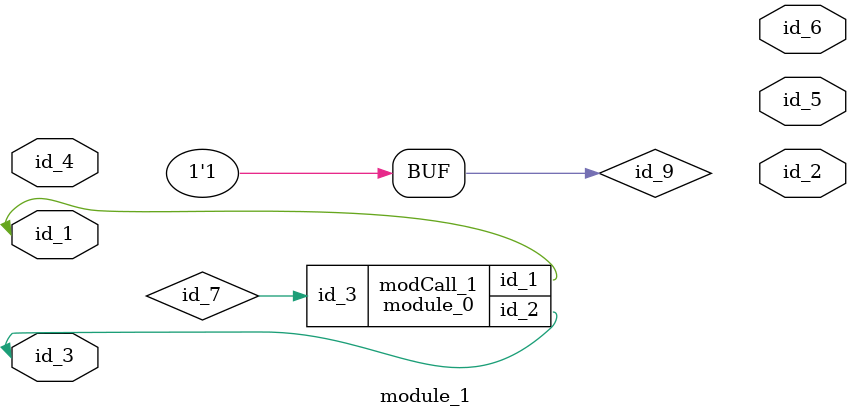
<source format=v>
module module_0 (
    id_1,
    id_2,
    id_3
);
  input wire id_3;
  inout wire id_2;
  inout wire id_1;
  always @(posedge id_2) begin : LABEL_0
    id_1 = 1;
  end
  wire id_4;
endmodule
module module_1 (
    id_1,
    id_2,
    id_3,
    id_4,
    id_5,
    id_6
);
  output wire id_6;
  output wire id_5;
  input wire id_4;
  inout wire id_3;
  output wire id_2;
  inout wire id_1;
  wire id_7;
  module_0 modCall_1 (
      id_1,
      id_3,
      id_7
  );
  wor id_8, id_9 = 1;
endmodule

</source>
